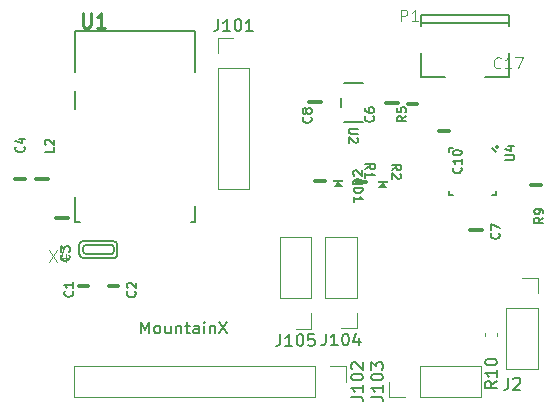
<source format=gbr>
G04 #@! TF.GenerationSoftware,KiCad,Pcbnew,(6.0.0-rc1-dev-1027-g90233e5ec)*
G04 #@! TF.CreationDate,2018-11-05T19:20:42+01:00*
G04 #@! TF.ProjectId,eBoard_remote_reciever,65426F6172645F72656D6F74655F7265,rev?*
G04 #@! TF.SameCoordinates,Original*
G04 #@! TF.FileFunction,Legend,Top*
G04 #@! TF.FilePolarity,Positive*
%FSLAX46Y46*%
G04 Gerber Fmt 4.6, Leading zero omitted, Abs format (unit mm)*
G04 Created by KiCad (PCBNEW (6.0.0-rc1-dev-1027-g90233e5ec)) date 05.11.2018 19.20.42*
%MOMM*%
%LPD*%
G01*
G04 APERTURE LIST*
%ADD10C,0.150000*%
%ADD11C,0.120000*%
%ADD12C,0.304800*%
%ADD13C,0.127000*%
%ADD14C,0.100000*%
%ADD15C,0.203200*%
%ADD16C,0.138988*%
%ADD17C,0.217170*%
%ADD18C,0.077216*%
%ADD19C,0.076000*%
G04 APERTURE END LIST*
D10*
X140219561Y-145781020D02*
X140219561Y-144781020D01*
X140552895Y-145495306D01*
X140886228Y-144781020D01*
X140886228Y-145781020D01*
X141505276Y-145781020D02*
X141410038Y-145733401D01*
X141362419Y-145685782D01*
X141314800Y-145590544D01*
X141314800Y-145304830D01*
X141362419Y-145209592D01*
X141410038Y-145161973D01*
X141505276Y-145114354D01*
X141648133Y-145114354D01*
X141743371Y-145161973D01*
X141790990Y-145209592D01*
X141838609Y-145304830D01*
X141838609Y-145590544D01*
X141790990Y-145685782D01*
X141743371Y-145733401D01*
X141648133Y-145781020D01*
X141505276Y-145781020D01*
X142695752Y-145114354D02*
X142695752Y-145781020D01*
X142267180Y-145114354D02*
X142267180Y-145638163D01*
X142314800Y-145733401D01*
X142410038Y-145781020D01*
X142552895Y-145781020D01*
X142648133Y-145733401D01*
X142695752Y-145685782D01*
X143171942Y-145114354D02*
X143171942Y-145781020D01*
X143171942Y-145209592D02*
X143219561Y-145161973D01*
X143314800Y-145114354D01*
X143457657Y-145114354D01*
X143552895Y-145161973D01*
X143600514Y-145257211D01*
X143600514Y-145781020D01*
X143933847Y-145114354D02*
X144314800Y-145114354D01*
X144076704Y-144781020D02*
X144076704Y-145638163D01*
X144124323Y-145733401D01*
X144219561Y-145781020D01*
X144314800Y-145781020D01*
X145076704Y-145781020D02*
X145076704Y-145257211D01*
X145029085Y-145161973D01*
X144933847Y-145114354D01*
X144743371Y-145114354D01*
X144648133Y-145161973D01*
X145076704Y-145733401D02*
X144981466Y-145781020D01*
X144743371Y-145781020D01*
X144648133Y-145733401D01*
X144600514Y-145638163D01*
X144600514Y-145542925D01*
X144648133Y-145447687D01*
X144743371Y-145400068D01*
X144981466Y-145400068D01*
X145076704Y-145352449D01*
X145552895Y-145781020D02*
X145552895Y-145114354D01*
X145552895Y-144781020D02*
X145505276Y-144828640D01*
X145552895Y-144876259D01*
X145600514Y-144828640D01*
X145552895Y-144781020D01*
X145552895Y-144876259D01*
X146029085Y-145114354D02*
X146029085Y-145781020D01*
X146029085Y-145209592D02*
X146076704Y-145161973D01*
X146171942Y-145114354D01*
X146314800Y-145114354D01*
X146410038Y-145161973D01*
X146457657Y-145257211D01*
X146457657Y-145781020D01*
X146838609Y-144781020D02*
X147505276Y-145781020D01*
X147505276Y-144781020D02*
X146838609Y-145781020D01*
D11*
G04 #@! TO.C,R10*
X169360120Y-145709421D02*
X169360120Y-146034979D01*
X170380120Y-145709421D02*
X170380120Y-146034979D01*
D12*
G04 #@! TO.C,C6*
X160914080Y-126273560D02*
X161930080Y-126273560D01*
D13*
G04 #@! TO.C,U1*
X144800000Y-136370000D02*
X144800000Y-134970000D01*
X144400000Y-136370000D02*
X144800000Y-136370000D01*
X134600000Y-136370000D02*
X134600000Y-134270000D01*
X135000000Y-136370000D02*
X134600000Y-136370000D01*
X134600000Y-125270000D02*
X134600000Y-126770000D01*
X144800000Y-120170000D02*
X144800000Y-123670000D01*
X134600000Y-120170000D02*
X144800000Y-120170000D01*
X134600000Y-123670000D02*
X134600000Y-120170000D01*
D12*
G04 #@! TO.C,C3*
X134005320Y-135996680D02*
X132989320Y-135996680D01*
D11*
G04 #@! TO.C,J2*
X172450760Y-141067480D02*
X173780760Y-141067480D01*
X173780760Y-141067480D02*
X173780760Y-142397480D01*
X173780760Y-143667480D02*
X173780760Y-148807480D01*
X171120760Y-148807480D02*
X173780760Y-148807480D01*
X171120760Y-143667480D02*
X171120760Y-148807480D01*
X171120760Y-143667480D02*
X173780760Y-143667480D01*
G04 #@! TO.C,J105*
X154613920Y-145393720D02*
X153283920Y-145393720D01*
X154613920Y-144063720D02*
X154613920Y-145393720D01*
X154613920Y-142793720D02*
X151953920Y-142793720D01*
X151953920Y-142793720D02*
X151953920Y-137653720D01*
X154613920Y-142793720D02*
X154613920Y-137653720D01*
X154613920Y-137653720D02*
X151953920Y-137653720D01*
G04 #@! TO.C,J104*
X158464560Y-145348000D02*
X157134560Y-145348000D01*
X158464560Y-144018000D02*
X158464560Y-145348000D01*
X158464560Y-142748000D02*
X155804560Y-142748000D01*
X155804560Y-142748000D02*
X155804560Y-137608000D01*
X158464560Y-142748000D02*
X158464560Y-137608000D01*
X158464560Y-137608000D02*
X155804560Y-137608000D01*
G04 #@! TO.C,J103*
X161230000Y-151190000D02*
X161230000Y-149860000D01*
X162560000Y-151190000D02*
X161230000Y-151190000D01*
X163830000Y-151190000D02*
X163830000Y-148530000D01*
X163830000Y-148530000D02*
X168970000Y-148530000D01*
X163830000Y-151190000D02*
X168970000Y-151190000D01*
X168970000Y-151190000D02*
X168970000Y-148530000D01*
G04 #@! TO.C,J102*
X157540000Y-148530000D02*
X157540000Y-149860000D01*
X156210000Y-148530000D02*
X157540000Y-148530000D01*
X154940000Y-148530000D02*
X154940000Y-151190000D01*
X154940000Y-151190000D02*
X134560000Y-151190000D01*
X154940000Y-148530000D02*
X134560000Y-148530000D01*
X134560000Y-148530000D02*
X134560000Y-151190000D01*
G04 #@! TO.C,J101*
X146696120Y-120727160D02*
X148026120Y-120727160D01*
X146696120Y-122057160D02*
X146696120Y-120727160D01*
X146696120Y-123327160D02*
X149356120Y-123327160D01*
X149356120Y-123327160D02*
X149356120Y-133547160D01*
X146696120Y-123327160D02*
X146696120Y-133547160D01*
X146696120Y-133547160D02*
X149356120Y-133547160D01*
D12*
G04 #@! TO.C,C1*
X135710880Y-141726920D02*
X134910880Y-141726920D01*
G04 #@! TO.C,C2*
X138250880Y-141726920D02*
X137450880Y-141726920D01*
D14*
G04 #@! TO.C,D1*
G36*
X156895800Y-132842000D02*
X156514800Y-133350000D01*
X157276800Y-133350000D01*
X156895800Y-132842000D01*
G37*
G36*
X156451300Y-132955500D02*
X157340300Y-132955500D01*
X157340300Y-132765000D01*
X156451300Y-132765000D01*
X156451300Y-132955500D01*
G37*
G04 #@! TO.C,D2*
G36*
X160685480Y-132974080D02*
X160304480Y-133482080D01*
X161066480Y-133482080D01*
X160685480Y-132974080D01*
G37*
G36*
X160240980Y-133087580D02*
X161129980Y-133087580D01*
X161129980Y-132897080D01*
X160240980Y-132897080D01*
X160240980Y-133087580D01*
G37*
D12*
G04 #@! TO.C,R1*
X154966720Y-132862320D02*
X155766720Y-132862320D01*
G04 #@! TO.C,R2*
X158466840Y-132933440D02*
X159266840Y-132933440D01*
G04 #@! TO.C,L2*
X132346700Y-132689600D02*
X131330700Y-132689600D01*
G04 #@! TO.C,C4*
X130336240Y-132745480D02*
X129536240Y-132745480D01*
G04 #@! TO.C,C8*
X154432000Y-126161800D02*
X155448000Y-126161800D01*
D15*
G04 #@! TO.C,U2*
X157115800Y-126648160D02*
X157115800Y-125848160D01*
X157365800Y-124598160D02*
X158965800Y-124598160D01*
X157365800Y-127898160D02*
X158965800Y-127898160D01*
D12*
G04 #@! TO.C,R5*
X163584840Y-126324360D02*
X162784840Y-126324360D01*
D15*
G04 #@! TO.C,U4*
X170484800Y-129997200D02*
G75*
G03X170484800Y-129997200I-127000J0D01*
G01*
X170275000Y-130430000D02*
X169925000Y-130080000D01*
X170275000Y-134080000D02*
X170275000Y-133730000D01*
X169925000Y-134080000D02*
X170275000Y-134080000D01*
X166275000Y-130080000D02*
X166625000Y-130080000D01*
X166275000Y-130430000D02*
X166275000Y-130080000D01*
X166625000Y-134080000D02*
X166275000Y-134080000D01*
X166275000Y-133730000D02*
X166275000Y-134080000D01*
D12*
G04 #@! TO.C,C10*
X165467080Y-128640840D02*
X166267080Y-128640840D01*
G04 #@! TO.C,R9*
X174054720Y-133217920D02*
X173254720Y-133217920D01*
D13*
G04 #@! TO.C,X4*
X137680879Y-139078919D02*
G75*
G03X137880880Y-138778920I-49899J249933D01*
G01*
X137880880Y-138478920D02*
X137880880Y-138778920D01*
X137880881Y-138478921D02*
G75*
G03X137580880Y-138278920I-250001J-50000D01*
G01*
X135580880Y-138278920D02*
X137580880Y-138278920D01*
X135580881Y-138278921D02*
G75*
G03X135280880Y-138578920I-1J-300000D01*
G01*
X135280880Y-138778920D02*
X135280880Y-138578920D01*
X135280880Y-138778920D02*
G75*
G03X135580880Y-139078920I300100J100D01*
G01*
X137680880Y-139078920D02*
X135580880Y-139078920D01*
X134980880Y-139062720D02*
X134980880Y-138261720D01*
X134980880Y-139062720D02*
G75*
G03X135297080Y-139378920I316200J0D01*
G01*
X137957280Y-139378920D02*
X135297080Y-139378920D01*
X137957280Y-139378920D02*
G75*
G03X138180880Y-139155320I0J223600D01*
G01*
X138180880Y-138261720D02*
X138180880Y-139155320D01*
X138180880Y-138261720D02*
G75*
G03X137898080Y-137978920I-282800J0D01*
G01*
X135263680Y-137978920D02*
X137898080Y-137978920D01*
X135263680Y-137978920D02*
G75*
G03X134980880Y-138261720I0J-282800D01*
G01*
D12*
G04 #@! TO.C,C7*
X169097960Y-137002520D02*
X168081960Y-137002520D01*
D10*
G04 #@! TO.C,P1*
X163890000Y-119460000D02*
X171390000Y-119460000D01*
X171390000Y-122060000D02*
X171390000Y-124060000D01*
X171390000Y-119460000D02*
X171390000Y-119760000D01*
X171390000Y-118860000D02*
X171390000Y-119460000D01*
X163890000Y-118860000D02*
X171390000Y-118860000D01*
X163890000Y-119460000D02*
X163890000Y-118860000D01*
X163890000Y-119760000D02*
X163890000Y-119460000D01*
X163890000Y-124060000D02*
X163890000Y-122060000D01*
X165940000Y-124060000D02*
X163890000Y-124060000D01*
X171390000Y-124060000D02*
X169340000Y-124060000D01*
G04 #@! TO.C,R10*
X170335200Y-149829757D02*
X169859010Y-150163090D01*
X170335200Y-150401185D02*
X169335200Y-150401185D01*
X169335200Y-150020233D01*
X169382820Y-149924995D01*
X169430439Y-149877376D01*
X169525677Y-149829757D01*
X169668534Y-149829757D01*
X169763772Y-149877376D01*
X169811391Y-149924995D01*
X169859010Y-150020233D01*
X169859010Y-150401185D01*
X170335200Y-148877376D02*
X170335200Y-149448804D01*
X170335200Y-149163090D02*
X169335200Y-149163090D01*
X169478058Y-149258328D01*
X169573296Y-149353566D01*
X169620915Y-149448804D01*
X169335200Y-148258328D02*
X169335200Y-148163090D01*
X169382820Y-148067852D01*
X169430439Y-148020233D01*
X169525677Y-147972614D01*
X169716153Y-147924995D01*
X169954248Y-147924995D01*
X170144724Y-147972614D01*
X170239962Y-148020233D01*
X170287581Y-148067852D01*
X170335200Y-148163090D01*
X170335200Y-148258328D01*
X170287581Y-148353566D01*
X170239962Y-148401185D01*
X170144724Y-148448804D01*
X169954248Y-148496423D01*
X169716153Y-148496423D01*
X169525677Y-148448804D01*
X169430439Y-148401185D01*
X169382820Y-148353566D01*
X169335200Y-148258328D01*
G04 #@! TO.C,C6*
D16*
X159863971Y-127381855D02*
X159900740Y-127418625D01*
X159937510Y-127528933D01*
X159937510Y-127602473D01*
X159900740Y-127712781D01*
X159827201Y-127786320D01*
X159753662Y-127823090D01*
X159606584Y-127859859D01*
X159496276Y-127859859D01*
X159349198Y-127823090D01*
X159275659Y-127786320D01*
X159202120Y-127712781D01*
X159165350Y-127602473D01*
X159165350Y-127528933D01*
X159202120Y-127418625D01*
X159238889Y-127381855D01*
X159165350Y-126720004D02*
X159165350Y-126867082D01*
X159202120Y-126940621D01*
X159238889Y-126977391D01*
X159349198Y-127050930D01*
X159496276Y-127087699D01*
X159790432Y-127087699D01*
X159863971Y-127050930D01*
X159900740Y-127014160D01*
X159937510Y-126940621D01*
X159937510Y-126793543D01*
X159900740Y-126720004D01*
X159863971Y-126683234D01*
X159790432Y-126646465D01*
X159606584Y-126646465D01*
X159533045Y-126683234D01*
X159496276Y-126720004D01*
X159459506Y-126793543D01*
X159459506Y-126940621D01*
X159496276Y-127014160D01*
X159533045Y-127050930D01*
X159606584Y-127087699D01*
G04 #@! TO.C,U1*
D17*
X135262422Y-118678047D02*
X135262422Y-119654738D01*
X135319874Y-119769642D01*
X135377327Y-119827095D01*
X135492231Y-119884547D01*
X135722041Y-119884547D01*
X135836946Y-119827095D01*
X135894398Y-119769642D01*
X135951850Y-119654738D01*
X135951850Y-118678047D01*
X137158350Y-119884547D02*
X136468922Y-119884547D01*
X136813636Y-119884547D02*
X136813636Y-118678047D01*
X136698731Y-118850404D01*
X136583827Y-118965309D01*
X136468922Y-119022761D01*
G04 #@! TO.C,C3*
D16*
X134088051Y-139131030D02*
X134124820Y-139167800D01*
X134161590Y-139278108D01*
X134161590Y-139351647D01*
X134124820Y-139461956D01*
X134051281Y-139535495D01*
X133977742Y-139572265D01*
X133830664Y-139609034D01*
X133720356Y-139609034D01*
X133573278Y-139572265D01*
X133499739Y-139535495D01*
X133426200Y-139461956D01*
X133389430Y-139351647D01*
X133389430Y-139278108D01*
X133426200Y-139167800D01*
X133462969Y-139131030D01*
X133389430Y-138873644D02*
X133389430Y-138395640D01*
X133683586Y-138653026D01*
X133683586Y-138542718D01*
X133720356Y-138469179D01*
X133757125Y-138432409D01*
X133830664Y-138395640D01*
X134014512Y-138395640D01*
X134088051Y-138432409D01*
X134124820Y-138469179D01*
X134161590Y-138542718D01*
X134161590Y-138763335D01*
X134124820Y-138836874D01*
X134088051Y-138873644D01*
G04 #@! TO.C,J2*
D10*
X171304626Y-149546060D02*
X171304626Y-150260346D01*
X171257007Y-150403203D01*
X171161769Y-150498441D01*
X171018912Y-150546060D01*
X170923674Y-150546060D01*
X171733198Y-149641299D02*
X171780817Y-149593680D01*
X171876055Y-149546060D01*
X172114150Y-149546060D01*
X172209388Y-149593680D01*
X172257007Y-149641299D01*
X172304626Y-149736537D01*
X172304626Y-149831775D01*
X172257007Y-149974632D01*
X171685579Y-150546060D01*
X172304626Y-150546060D01*
G04 #@! TO.C,J105*
X151998205Y-145846100D02*
X151998205Y-146560386D01*
X151950586Y-146703243D01*
X151855348Y-146798481D01*
X151712491Y-146846100D01*
X151617253Y-146846100D01*
X152998205Y-146846100D02*
X152426777Y-146846100D01*
X152712491Y-146846100D02*
X152712491Y-145846100D01*
X152617253Y-145988958D01*
X152522015Y-146084196D01*
X152426777Y-146131815D01*
X153617253Y-145846100D02*
X153712491Y-145846100D01*
X153807729Y-145893720D01*
X153855348Y-145941339D01*
X153902967Y-146036577D01*
X153950586Y-146227053D01*
X153950586Y-146465148D01*
X153902967Y-146655624D01*
X153855348Y-146750862D01*
X153807729Y-146798481D01*
X153712491Y-146846100D01*
X153617253Y-146846100D01*
X153522015Y-146798481D01*
X153474396Y-146750862D01*
X153426777Y-146655624D01*
X153379158Y-146465148D01*
X153379158Y-146227053D01*
X153426777Y-146036577D01*
X153474396Y-145941339D01*
X153522015Y-145893720D01*
X153617253Y-145846100D01*
X154855348Y-145846100D02*
X154379158Y-145846100D01*
X154331539Y-146322291D01*
X154379158Y-146274672D01*
X154474396Y-146227053D01*
X154712491Y-146227053D01*
X154807729Y-146274672D01*
X154855348Y-146322291D01*
X154902967Y-146417529D01*
X154902967Y-146655624D01*
X154855348Y-146750862D01*
X154807729Y-146798481D01*
X154712491Y-146846100D01*
X154474396Y-146846100D01*
X154379158Y-146798481D01*
X154331539Y-146750862D01*
G04 #@! TO.C,J104*
X155848845Y-145800380D02*
X155848845Y-146514666D01*
X155801226Y-146657523D01*
X155705988Y-146752761D01*
X155563131Y-146800380D01*
X155467893Y-146800380D01*
X156848845Y-146800380D02*
X156277417Y-146800380D01*
X156563131Y-146800380D02*
X156563131Y-145800380D01*
X156467893Y-145943238D01*
X156372655Y-146038476D01*
X156277417Y-146086095D01*
X157467893Y-145800380D02*
X157563131Y-145800380D01*
X157658369Y-145848000D01*
X157705988Y-145895619D01*
X157753607Y-145990857D01*
X157801226Y-146181333D01*
X157801226Y-146419428D01*
X157753607Y-146609904D01*
X157705988Y-146705142D01*
X157658369Y-146752761D01*
X157563131Y-146800380D01*
X157467893Y-146800380D01*
X157372655Y-146752761D01*
X157325036Y-146705142D01*
X157277417Y-146609904D01*
X157229798Y-146419428D01*
X157229798Y-146181333D01*
X157277417Y-145990857D01*
X157325036Y-145895619D01*
X157372655Y-145848000D01*
X157467893Y-145800380D01*
X158658369Y-146133714D02*
X158658369Y-146800380D01*
X158420274Y-145752761D02*
X158182179Y-146467047D01*
X158801226Y-146467047D01*
G04 #@! TO.C,J103*
X159682380Y-151145714D02*
X160396666Y-151145714D01*
X160539523Y-151193333D01*
X160634761Y-151288571D01*
X160682380Y-151431428D01*
X160682380Y-151526666D01*
X160682380Y-150145714D02*
X160682380Y-150717142D01*
X160682380Y-150431428D02*
X159682380Y-150431428D01*
X159825238Y-150526666D01*
X159920476Y-150621904D01*
X159968095Y-150717142D01*
X159682380Y-149526666D02*
X159682380Y-149431428D01*
X159730000Y-149336190D01*
X159777619Y-149288571D01*
X159872857Y-149240952D01*
X160063333Y-149193333D01*
X160301428Y-149193333D01*
X160491904Y-149240952D01*
X160587142Y-149288571D01*
X160634761Y-149336190D01*
X160682380Y-149431428D01*
X160682380Y-149526666D01*
X160634761Y-149621904D01*
X160587142Y-149669523D01*
X160491904Y-149717142D01*
X160301428Y-149764761D01*
X160063333Y-149764761D01*
X159872857Y-149717142D01*
X159777619Y-149669523D01*
X159730000Y-149621904D01*
X159682380Y-149526666D01*
X159682380Y-148860000D02*
X159682380Y-148240952D01*
X160063333Y-148574285D01*
X160063333Y-148431428D01*
X160110952Y-148336190D01*
X160158571Y-148288571D01*
X160253809Y-148240952D01*
X160491904Y-148240952D01*
X160587142Y-148288571D01*
X160634761Y-148336190D01*
X160682380Y-148431428D01*
X160682380Y-148717142D01*
X160634761Y-148812380D01*
X160587142Y-148860000D01*
G04 #@! TO.C,J102*
X157992380Y-151145714D02*
X158706666Y-151145714D01*
X158849523Y-151193333D01*
X158944761Y-151288571D01*
X158992380Y-151431428D01*
X158992380Y-151526666D01*
X158992380Y-150145714D02*
X158992380Y-150717142D01*
X158992380Y-150431428D02*
X157992380Y-150431428D01*
X158135238Y-150526666D01*
X158230476Y-150621904D01*
X158278095Y-150717142D01*
X157992380Y-149526666D02*
X157992380Y-149431428D01*
X158040000Y-149336190D01*
X158087619Y-149288571D01*
X158182857Y-149240952D01*
X158373333Y-149193333D01*
X158611428Y-149193333D01*
X158801904Y-149240952D01*
X158897142Y-149288571D01*
X158944761Y-149336190D01*
X158992380Y-149431428D01*
X158992380Y-149526666D01*
X158944761Y-149621904D01*
X158897142Y-149669523D01*
X158801904Y-149717142D01*
X158611428Y-149764761D01*
X158373333Y-149764761D01*
X158182857Y-149717142D01*
X158087619Y-149669523D01*
X158040000Y-149621904D01*
X157992380Y-149526666D01*
X158087619Y-148812380D02*
X158040000Y-148764761D01*
X157992380Y-148669523D01*
X157992380Y-148431428D01*
X158040000Y-148336190D01*
X158087619Y-148288571D01*
X158182857Y-148240952D01*
X158278095Y-148240952D01*
X158420952Y-148288571D01*
X158992380Y-148860000D01*
X158992380Y-148240952D01*
G04 #@! TO.C,J101*
X146740405Y-119179540D02*
X146740405Y-119893826D01*
X146692786Y-120036683D01*
X146597548Y-120131921D01*
X146454691Y-120179540D01*
X146359453Y-120179540D01*
X147740405Y-120179540D02*
X147168977Y-120179540D01*
X147454691Y-120179540D02*
X147454691Y-119179540D01*
X147359453Y-119322398D01*
X147264215Y-119417636D01*
X147168977Y-119465255D01*
X148359453Y-119179540D02*
X148454691Y-119179540D01*
X148549929Y-119227160D01*
X148597548Y-119274779D01*
X148645167Y-119370017D01*
X148692786Y-119560493D01*
X148692786Y-119798588D01*
X148645167Y-119989064D01*
X148597548Y-120084302D01*
X148549929Y-120131921D01*
X148454691Y-120179540D01*
X148359453Y-120179540D01*
X148264215Y-120131921D01*
X148216596Y-120084302D01*
X148168977Y-119989064D01*
X148121358Y-119798588D01*
X148121358Y-119560493D01*
X148168977Y-119370017D01*
X148216596Y-119274779D01*
X148264215Y-119227160D01*
X148359453Y-119179540D01*
X149645167Y-120179540D02*
X149073739Y-120179540D01*
X149359453Y-120179540D02*
X149359453Y-119179540D01*
X149264215Y-119322398D01*
X149168977Y-119417636D01*
X149073739Y-119465255D01*
G04 #@! TO.C,C1*
D16*
X134397931Y-142191730D02*
X134434700Y-142228500D01*
X134471470Y-142338808D01*
X134471470Y-142412347D01*
X134434700Y-142522656D01*
X134361161Y-142596195D01*
X134287622Y-142632965D01*
X134140544Y-142669734D01*
X134030236Y-142669734D01*
X133883158Y-142632965D01*
X133809619Y-142596195D01*
X133736080Y-142522656D01*
X133699310Y-142412347D01*
X133699310Y-142338808D01*
X133736080Y-142228500D01*
X133772849Y-142191730D01*
X134471470Y-141456340D02*
X134471470Y-141897574D01*
X134471470Y-141676957D02*
X133699310Y-141676957D01*
X133809619Y-141750496D01*
X133883158Y-141824035D01*
X133919927Y-141897574D01*
G04 #@! TO.C,C2*
X139686211Y-142217130D02*
X139722980Y-142253900D01*
X139759750Y-142364208D01*
X139759750Y-142437747D01*
X139722980Y-142548056D01*
X139649441Y-142621595D01*
X139575902Y-142658365D01*
X139428824Y-142695134D01*
X139318516Y-142695134D01*
X139171438Y-142658365D01*
X139097899Y-142621595D01*
X139024360Y-142548056D01*
X138987590Y-142437747D01*
X138987590Y-142364208D01*
X139024360Y-142253900D01*
X139061129Y-142217130D01*
X139061129Y-141922974D02*
X139024360Y-141886205D01*
X138987590Y-141812666D01*
X138987590Y-141628818D01*
X139024360Y-141555279D01*
X139061129Y-141518509D01*
X139134668Y-141481740D01*
X139208207Y-141481740D01*
X139318516Y-141518509D01*
X139759750Y-141959744D01*
X139759750Y-141481740D01*
G04 #@! TO.C,D1*
X158192409Y-133459954D02*
X158964569Y-133459954D01*
X158964569Y-133643802D01*
X158927800Y-133754111D01*
X158854260Y-133827650D01*
X158780721Y-133864419D01*
X158633643Y-133901189D01*
X158523335Y-133901189D01*
X158376257Y-133864419D01*
X158302718Y-133827650D01*
X158229179Y-133754111D01*
X158192409Y-133643802D01*
X158192409Y-133459954D01*
X158192409Y-134636579D02*
X158192409Y-134195345D01*
X158192409Y-134415962D02*
X158964569Y-134415962D01*
X158854260Y-134342423D01*
X158780721Y-134268884D01*
X158743952Y-134195345D01*
G04 #@! TO.C,D2*
X158934210Y-133157090D02*
X158162050Y-133157090D01*
X158162050Y-132973242D01*
X158198820Y-132862933D01*
X158272359Y-132789394D01*
X158345898Y-132752625D01*
X158492976Y-132715855D01*
X158603284Y-132715855D01*
X158750362Y-132752625D01*
X158823901Y-132789394D01*
X158897440Y-132862933D01*
X158934210Y-132973242D01*
X158934210Y-133157090D01*
X158235589Y-132421699D02*
X158198820Y-132384930D01*
X158162050Y-132311391D01*
X158162050Y-132127543D01*
X158198820Y-132054004D01*
X158235589Y-132017234D01*
X158309128Y-131980465D01*
X158382667Y-131980465D01*
X158492976Y-132017234D01*
X158934210Y-132458469D01*
X158934210Y-131980465D01*
G04 #@! TO.C,R1*
X159203329Y-131889509D02*
X159571024Y-131632122D01*
X159203329Y-131448274D02*
X159975489Y-131448274D01*
X159975489Y-131742431D01*
X159938720Y-131815970D01*
X159901950Y-131852739D01*
X159828411Y-131889509D01*
X159718102Y-131889509D01*
X159644563Y-131852739D01*
X159607794Y-131815970D01*
X159571024Y-131742431D01*
X159571024Y-131448274D01*
X159203329Y-132624899D02*
X159203329Y-132183665D01*
X159203329Y-132404282D02*
X159975489Y-132404282D01*
X159865180Y-132330743D01*
X159791641Y-132257204D01*
X159754872Y-132183665D01*
G04 #@! TO.C,R2*
X161433449Y-131960629D02*
X161801144Y-131703242D01*
X161433449Y-131519394D02*
X162205609Y-131519394D01*
X162205609Y-131813551D01*
X162168840Y-131887090D01*
X162132070Y-131923859D01*
X162058531Y-131960629D01*
X161948222Y-131960629D01*
X161874683Y-131923859D01*
X161837914Y-131887090D01*
X161801144Y-131813551D01*
X161801144Y-131519394D01*
X162132070Y-132254785D02*
X162168840Y-132291554D01*
X162205609Y-132365093D01*
X162205609Y-132548941D01*
X162168840Y-132622480D01*
X162132070Y-132659250D01*
X162058531Y-132696019D01*
X161984992Y-132696019D01*
X161874683Y-132659250D01*
X161433449Y-132218015D01*
X161433449Y-132696019D01*
G04 #@! TO.C,L2*
X132828090Y-130032871D02*
X132828090Y-130400566D01*
X132055930Y-130400566D01*
X132129469Y-129812254D02*
X132092700Y-129775485D01*
X132055930Y-129701946D01*
X132055930Y-129518098D01*
X132092700Y-129444559D01*
X132129469Y-129407789D01*
X132203008Y-129371020D01*
X132276547Y-129371020D01*
X132386856Y-129407789D01*
X132828090Y-129849024D01*
X132828090Y-129371020D01*
G04 #@! TO.C,C4*
X130270431Y-129971755D02*
X130307200Y-130008525D01*
X130343970Y-130118833D01*
X130343970Y-130192373D01*
X130307200Y-130302681D01*
X130233661Y-130376220D01*
X130160122Y-130412990D01*
X130013044Y-130449759D01*
X129902736Y-130449759D01*
X129755658Y-130412990D01*
X129682119Y-130376220D01*
X129608580Y-130302681D01*
X129571810Y-130192373D01*
X129571810Y-130118833D01*
X129608580Y-130008525D01*
X129645349Y-129971755D01*
X129829197Y-129309904D02*
X130343970Y-129309904D01*
X129535040Y-129493752D02*
X130086583Y-129677599D01*
X130086583Y-129199595D01*
G04 #@! TO.C,C8*
X154575691Y-127458055D02*
X154612460Y-127494825D01*
X154649230Y-127605133D01*
X154649230Y-127678673D01*
X154612460Y-127788981D01*
X154538921Y-127862520D01*
X154465382Y-127899290D01*
X154318304Y-127936059D01*
X154207996Y-127936059D01*
X154060918Y-127899290D01*
X153987379Y-127862520D01*
X153913840Y-127788981D01*
X153877070Y-127678673D01*
X153877070Y-127605133D01*
X153913840Y-127494825D01*
X153950609Y-127458055D01*
X154207996Y-127016821D02*
X154171226Y-127090360D01*
X154134457Y-127127130D01*
X154060918Y-127163899D01*
X154024148Y-127163899D01*
X153950609Y-127127130D01*
X153913840Y-127090360D01*
X153877070Y-127016821D01*
X153877070Y-126869743D01*
X153913840Y-126796204D01*
X153950609Y-126759434D01*
X154024148Y-126722665D01*
X154060918Y-126722665D01*
X154134457Y-126759434D01*
X154171226Y-126796204D01*
X154207996Y-126869743D01*
X154207996Y-127016821D01*
X154244765Y-127090360D01*
X154281535Y-127127130D01*
X154355074Y-127163899D01*
X154502152Y-127163899D01*
X154575691Y-127127130D01*
X154612460Y-127090360D01*
X154649230Y-127016821D01*
X154649230Y-126869743D01*
X154612460Y-126796204D01*
X154575691Y-126759434D01*
X154502152Y-126722665D01*
X154355074Y-126722665D01*
X154281535Y-126759434D01*
X154244765Y-126796204D01*
X154207996Y-126869743D01*
G04 #@! TO.C,U2*
X158583569Y-128434625D02*
X157958487Y-128434625D01*
X157884948Y-128471394D01*
X157848179Y-128508164D01*
X157811409Y-128581703D01*
X157811409Y-128728781D01*
X157848179Y-128802320D01*
X157884948Y-128839090D01*
X157958487Y-128875859D01*
X158583569Y-128875859D01*
X158510030Y-129206785D02*
X158546800Y-129243554D01*
X158583569Y-129317093D01*
X158583569Y-129500941D01*
X158546800Y-129574480D01*
X158510030Y-129611250D01*
X158436491Y-129648019D01*
X158362952Y-129648019D01*
X158252643Y-129611250D01*
X157811409Y-129170015D01*
X157811409Y-129648019D01*
G04 #@! TO.C,R5*
X162650230Y-127361535D02*
X162282535Y-127618922D01*
X162650230Y-127802770D02*
X161878070Y-127802770D01*
X161878070Y-127508613D01*
X161914840Y-127435074D01*
X161951609Y-127398305D01*
X162025148Y-127361535D01*
X162135457Y-127361535D01*
X162208996Y-127398305D01*
X162245765Y-127435074D01*
X162282535Y-127508613D01*
X162282535Y-127802770D01*
X161878070Y-126662914D02*
X161878070Y-127030610D01*
X162245765Y-127067379D01*
X162208996Y-127030610D01*
X162172226Y-126957071D01*
X162172226Y-126773223D01*
X162208996Y-126699684D01*
X162245765Y-126662914D01*
X162319304Y-126626145D01*
X162503152Y-126626145D01*
X162576691Y-126662914D01*
X162613460Y-126699684D01*
X162650230Y-126773223D01*
X162650230Y-126957071D01*
X162613460Y-127030610D01*
X162576691Y-127067379D01*
G04 #@! TO.C,U4*
X171038230Y-131080814D02*
X171663312Y-131080814D01*
X171736851Y-131044045D01*
X171773620Y-131007275D01*
X171810390Y-130933736D01*
X171810390Y-130786658D01*
X171773620Y-130713119D01*
X171736851Y-130676349D01*
X171663312Y-130639580D01*
X171038230Y-130639580D01*
X171295617Y-129940959D02*
X171810390Y-129940959D01*
X171001460Y-130124806D02*
X171553003Y-130308654D01*
X171553003Y-129830650D01*
G04 #@! TO.C,C10*
X167280771Y-131735415D02*
X167317540Y-131772185D01*
X167354310Y-131882493D01*
X167354310Y-131956033D01*
X167317540Y-132066341D01*
X167244001Y-132139880D01*
X167170462Y-132176650D01*
X167023384Y-132213419D01*
X166913076Y-132213419D01*
X166765998Y-132176650D01*
X166692459Y-132139880D01*
X166618920Y-132066341D01*
X166582150Y-131956033D01*
X166582150Y-131882493D01*
X166618920Y-131772185D01*
X166655689Y-131735415D01*
X167354310Y-131000025D02*
X167354310Y-131441259D01*
X167354310Y-131220642D02*
X166582150Y-131220642D01*
X166692459Y-131294181D01*
X166765998Y-131367720D01*
X166802767Y-131441259D01*
X166582150Y-130522021D02*
X166582150Y-130448482D01*
X166618920Y-130374943D01*
X166655689Y-130338173D01*
X166729228Y-130301404D01*
X166876306Y-130264634D01*
X167060154Y-130264634D01*
X167207232Y-130301404D01*
X167280771Y-130338173D01*
X167317540Y-130374943D01*
X167354310Y-130448482D01*
X167354310Y-130522021D01*
X167317540Y-130595560D01*
X167280771Y-130632330D01*
X167207232Y-130669099D01*
X167060154Y-130705869D01*
X166876306Y-130705869D01*
X166729228Y-130669099D01*
X166655689Y-130632330D01*
X166618920Y-130595560D01*
X166582150Y-130522021D01*
G04 #@! TO.C,R9*
X174263110Y-135968730D02*
X173895415Y-136226117D01*
X174263110Y-136409965D02*
X173490950Y-136409965D01*
X173490950Y-136115808D01*
X173527720Y-136042269D01*
X173564489Y-136005500D01*
X173638028Y-135968730D01*
X173748337Y-135968730D01*
X173821876Y-136005500D01*
X173858645Y-136042269D01*
X173895415Y-136115808D01*
X173895415Y-136409965D01*
X174263110Y-135601035D02*
X174263110Y-135453957D01*
X174226340Y-135380418D01*
X174189571Y-135343648D01*
X174079262Y-135270109D01*
X173932184Y-135233340D01*
X173638028Y-135233340D01*
X173564489Y-135270109D01*
X173527720Y-135306879D01*
X173490950Y-135380418D01*
X173490950Y-135527496D01*
X173527720Y-135601035D01*
X173564489Y-135637805D01*
X173638028Y-135674574D01*
X173821876Y-135674574D01*
X173895415Y-135637805D01*
X173932184Y-135601035D01*
X173968954Y-135527496D01*
X173968954Y-135380418D01*
X173932184Y-135306879D01*
X173895415Y-135270109D01*
X173821876Y-135233340D01*
G04 #@! TO.C,X4*
D18*
X132417099Y-138747258D02*
X133060565Y-139712458D01*
X133060565Y-138747258D02*
X132417099Y-139712458D01*
X133841918Y-139068991D02*
X133841918Y-139712458D01*
X133612108Y-138701296D02*
X133382299Y-139390724D01*
X133979803Y-139390724D01*
G04 #@! TO.C,C7*
D16*
X170511651Y-137303095D02*
X170548420Y-137339865D01*
X170585190Y-137450173D01*
X170585190Y-137523713D01*
X170548420Y-137634021D01*
X170474881Y-137707560D01*
X170401342Y-137744330D01*
X170254264Y-137781099D01*
X170143956Y-137781099D01*
X169996878Y-137744330D01*
X169923339Y-137707560D01*
X169849800Y-137634021D01*
X169813030Y-137523713D01*
X169813030Y-137450173D01*
X169849800Y-137339865D01*
X169886569Y-137303095D01*
X169813030Y-137045709D02*
X169813030Y-136530935D01*
X170585190Y-136861861D01*
G04 #@! TO.C,P1*
D18*
X162204999Y-119334038D02*
X162204999Y-118368838D01*
X162572695Y-118368838D01*
X162664618Y-118414800D01*
X162710580Y-118460761D01*
X162756542Y-118552685D01*
X162756542Y-118690571D01*
X162710580Y-118782495D01*
X162664618Y-118828457D01*
X162572695Y-118874419D01*
X162204999Y-118874419D01*
X163675780Y-119334038D02*
X163124238Y-119334038D01*
X163400009Y-119334038D02*
X163400009Y-118368838D01*
X163308085Y-118506723D01*
X163216161Y-118598647D01*
X163124238Y-118644609D01*
G04 #@! TO.C,C17*
D19*
X170654647Y-123242245D02*
X170609409Y-123287483D01*
X170473695Y-123332721D01*
X170383219Y-123332721D01*
X170247504Y-123287483D01*
X170157028Y-123197007D01*
X170111790Y-123106531D01*
X170066552Y-122925579D01*
X170066552Y-122789864D01*
X170111790Y-122608912D01*
X170157028Y-122518436D01*
X170247504Y-122427960D01*
X170383219Y-122382721D01*
X170473695Y-122382721D01*
X170609409Y-122427960D01*
X170654647Y-122473198D01*
X171559409Y-123332721D02*
X171016552Y-123332721D01*
X171287980Y-123332721D02*
X171287980Y-122382721D01*
X171197504Y-122518436D01*
X171107028Y-122608912D01*
X171016552Y-122654150D01*
X171876076Y-122382721D02*
X172509409Y-122382721D01*
X172102266Y-123332721D01*
G04 #@! TD*
M02*

</source>
